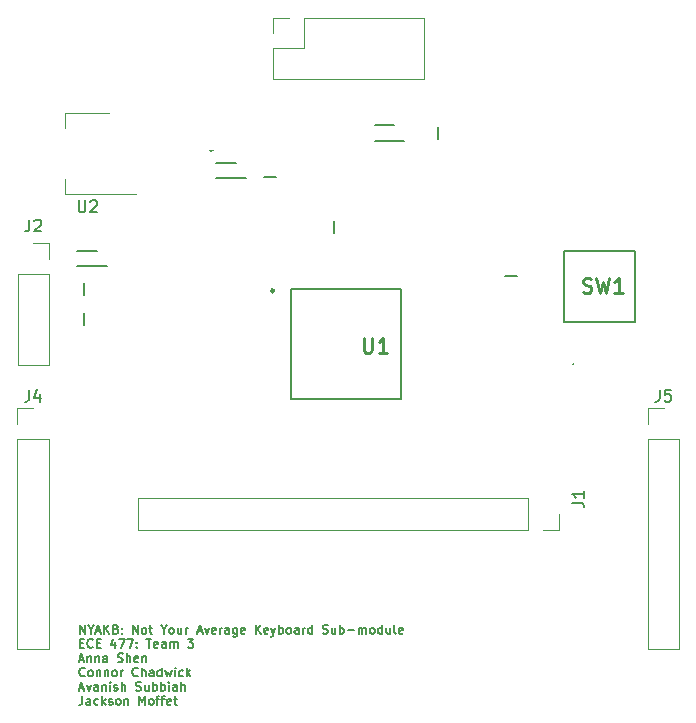
<source format=gbr>
%TF.GenerationSoftware,KiCad,Pcbnew,(6.0.7)*%
%TF.CreationDate,2022-10-18T22:47:55-04:00*%
%TF.ProjectId,LCDPCB,4c434450-4342-42e6-9b69-6361645f7063,rev?*%
%TF.SameCoordinates,Original*%
%TF.FileFunction,Legend,Top*%
%TF.FilePolarity,Positive*%
%FSLAX46Y46*%
G04 Gerber Fmt 4.6, Leading zero omitted, Abs format (unit mm)*
G04 Created by KiCad (PCBNEW (6.0.7)) date 2022-10-18 22:47:55*
%MOMM*%
%LPD*%
G01*
G04 APERTURE LIST*
%ADD10C,0.150000*%
%ADD11C,0.254000*%
%ADD12C,0.200000*%
%ADD13C,0.120000*%
%ADD14C,0.250000*%
G04 APERTURE END LIST*
D10*
X118259071Y-109207535D02*
X118259071Y-108457535D01*
X118687642Y-109207535D01*
X118687642Y-108457535D01*
X119187642Y-108850392D02*
X119187642Y-109207535D01*
X118937642Y-108457535D02*
X119187642Y-108850392D01*
X119437642Y-108457535D01*
X119651928Y-108993250D02*
X120009071Y-108993250D01*
X119580500Y-109207535D02*
X119830500Y-108457535D01*
X120080500Y-109207535D01*
X120330500Y-109207535D02*
X120330500Y-108457535D01*
X120759071Y-109207535D02*
X120437642Y-108778964D01*
X120759071Y-108457535D02*
X120330500Y-108886107D01*
X121330500Y-108814678D02*
X121437642Y-108850392D01*
X121473357Y-108886107D01*
X121509071Y-108957535D01*
X121509071Y-109064678D01*
X121473357Y-109136107D01*
X121437642Y-109171821D01*
X121366214Y-109207535D01*
X121080500Y-109207535D01*
X121080500Y-108457535D01*
X121330500Y-108457535D01*
X121401928Y-108493250D01*
X121437642Y-108528964D01*
X121473357Y-108600392D01*
X121473357Y-108671821D01*
X121437642Y-108743250D01*
X121401928Y-108778964D01*
X121330500Y-108814678D01*
X121080500Y-108814678D01*
X121830500Y-109136107D02*
X121866214Y-109171821D01*
X121830500Y-109207535D01*
X121794785Y-109171821D01*
X121830500Y-109136107D01*
X121830500Y-109207535D01*
X121830500Y-108743250D02*
X121866214Y-108778964D01*
X121830500Y-108814678D01*
X121794785Y-108778964D01*
X121830500Y-108743250D01*
X121830500Y-108814678D01*
X122759071Y-109207535D02*
X122759071Y-108457535D01*
X123187642Y-109207535D01*
X123187642Y-108457535D01*
X123651928Y-109207535D02*
X123580500Y-109171821D01*
X123544785Y-109136107D01*
X123509071Y-109064678D01*
X123509071Y-108850392D01*
X123544785Y-108778964D01*
X123580500Y-108743250D01*
X123651928Y-108707535D01*
X123759071Y-108707535D01*
X123830500Y-108743250D01*
X123866214Y-108778964D01*
X123901928Y-108850392D01*
X123901928Y-109064678D01*
X123866214Y-109136107D01*
X123830500Y-109171821D01*
X123759071Y-109207535D01*
X123651928Y-109207535D01*
X124116214Y-108707535D02*
X124401928Y-108707535D01*
X124223357Y-108457535D02*
X124223357Y-109100392D01*
X124259071Y-109171821D01*
X124330500Y-109207535D01*
X124401928Y-109207535D01*
X125366214Y-108850392D02*
X125366214Y-109207535D01*
X125116214Y-108457535D02*
X125366214Y-108850392D01*
X125616214Y-108457535D01*
X125973357Y-109207535D02*
X125901928Y-109171821D01*
X125866214Y-109136107D01*
X125830500Y-109064678D01*
X125830500Y-108850392D01*
X125866214Y-108778964D01*
X125901928Y-108743250D01*
X125973357Y-108707535D01*
X126080500Y-108707535D01*
X126151928Y-108743250D01*
X126187642Y-108778964D01*
X126223357Y-108850392D01*
X126223357Y-109064678D01*
X126187642Y-109136107D01*
X126151928Y-109171821D01*
X126080500Y-109207535D01*
X125973357Y-109207535D01*
X126866214Y-108707535D02*
X126866214Y-109207535D01*
X126544785Y-108707535D02*
X126544785Y-109100392D01*
X126580500Y-109171821D01*
X126651928Y-109207535D01*
X126759071Y-109207535D01*
X126830500Y-109171821D01*
X126866214Y-109136107D01*
X127223357Y-109207535D02*
X127223357Y-108707535D01*
X127223357Y-108850392D02*
X127259071Y-108778964D01*
X127294785Y-108743250D01*
X127366214Y-108707535D01*
X127437642Y-108707535D01*
X128223357Y-108993250D02*
X128580500Y-108993250D01*
X128151928Y-109207535D02*
X128401928Y-108457535D01*
X128651928Y-109207535D01*
X128830500Y-108707535D02*
X129009071Y-109207535D01*
X129187642Y-108707535D01*
X129759071Y-109171821D02*
X129687642Y-109207535D01*
X129544785Y-109207535D01*
X129473357Y-109171821D01*
X129437642Y-109100392D01*
X129437642Y-108814678D01*
X129473357Y-108743250D01*
X129544785Y-108707535D01*
X129687642Y-108707535D01*
X129759071Y-108743250D01*
X129794785Y-108814678D01*
X129794785Y-108886107D01*
X129437642Y-108957535D01*
X130116214Y-109207535D02*
X130116214Y-108707535D01*
X130116214Y-108850392D02*
X130151928Y-108778964D01*
X130187642Y-108743250D01*
X130259071Y-108707535D01*
X130330500Y-108707535D01*
X130901928Y-109207535D02*
X130901928Y-108814678D01*
X130866214Y-108743250D01*
X130794785Y-108707535D01*
X130651928Y-108707535D01*
X130580500Y-108743250D01*
X130901928Y-109171821D02*
X130830500Y-109207535D01*
X130651928Y-109207535D01*
X130580500Y-109171821D01*
X130544785Y-109100392D01*
X130544785Y-109028964D01*
X130580500Y-108957535D01*
X130651928Y-108921821D01*
X130830500Y-108921821D01*
X130901928Y-108886107D01*
X131580500Y-108707535D02*
X131580500Y-109314678D01*
X131544785Y-109386107D01*
X131509071Y-109421821D01*
X131437642Y-109457535D01*
X131330500Y-109457535D01*
X131259071Y-109421821D01*
X131580500Y-109171821D02*
X131509071Y-109207535D01*
X131366214Y-109207535D01*
X131294785Y-109171821D01*
X131259071Y-109136107D01*
X131223357Y-109064678D01*
X131223357Y-108850392D01*
X131259071Y-108778964D01*
X131294785Y-108743250D01*
X131366214Y-108707535D01*
X131509071Y-108707535D01*
X131580500Y-108743250D01*
X132223357Y-109171821D02*
X132151928Y-109207535D01*
X132009071Y-109207535D01*
X131937642Y-109171821D01*
X131901928Y-109100392D01*
X131901928Y-108814678D01*
X131937642Y-108743250D01*
X132009071Y-108707535D01*
X132151928Y-108707535D01*
X132223357Y-108743250D01*
X132259071Y-108814678D01*
X132259071Y-108886107D01*
X131901928Y-108957535D01*
X133151928Y-109207535D02*
X133151928Y-108457535D01*
X133580500Y-109207535D02*
X133259071Y-108778964D01*
X133580500Y-108457535D02*
X133151928Y-108886107D01*
X134187642Y-109171821D02*
X134116214Y-109207535D01*
X133973357Y-109207535D01*
X133901928Y-109171821D01*
X133866214Y-109100392D01*
X133866214Y-108814678D01*
X133901928Y-108743250D01*
X133973357Y-108707535D01*
X134116214Y-108707535D01*
X134187642Y-108743250D01*
X134223357Y-108814678D01*
X134223357Y-108886107D01*
X133866214Y-108957535D01*
X134473357Y-108707535D02*
X134651928Y-109207535D01*
X134830500Y-108707535D02*
X134651928Y-109207535D01*
X134580500Y-109386107D01*
X134544785Y-109421821D01*
X134473357Y-109457535D01*
X135116214Y-109207535D02*
X135116214Y-108457535D01*
X135116214Y-108743250D02*
X135187642Y-108707535D01*
X135330500Y-108707535D01*
X135401928Y-108743250D01*
X135437642Y-108778964D01*
X135473357Y-108850392D01*
X135473357Y-109064678D01*
X135437642Y-109136107D01*
X135401928Y-109171821D01*
X135330500Y-109207535D01*
X135187642Y-109207535D01*
X135116214Y-109171821D01*
X135901928Y-109207535D02*
X135830500Y-109171821D01*
X135794785Y-109136107D01*
X135759071Y-109064678D01*
X135759071Y-108850392D01*
X135794785Y-108778964D01*
X135830500Y-108743250D01*
X135901928Y-108707535D01*
X136009071Y-108707535D01*
X136080500Y-108743250D01*
X136116214Y-108778964D01*
X136151928Y-108850392D01*
X136151928Y-109064678D01*
X136116214Y-109136107D01*
X136080500Y-109171821D01*
X136009071Y-109207535D01*
X135901928Y-109207535D01*
X136794785Y-109207535D02*
X136794785Y-108814678D01*
X136759071Y-108743250D01*
X136687642Y-108707535D01*
X136544785Y-108707535D01*
X136473357Y-108743250D01*
X136794785Y-109171821D02*
X136723357Y-109207535D01*
X136544785Y-109207535D01*
X136473357Y-109171821D01*
X136437642Y-109100392D01*
X136437642Y-109028964D01*
X136473357Y-108957535D01*
X136544785Y-108921821D01*
X136723357Y-108921821D01*
X136794785Y-108886107D01*
X137151928Y-109207535D02*
X137151928Y-108707535D01*
X137151928Y-108850392D02*
X137187642Y-108778964D01*
X137223357Y-108743250D01*
X137294785Y-108707535D01*
X137366214Y-108707535D01*
X137937642Y-109207535D02*
X137937642Y-108457535D01*
X137937642Y-109171821D02*
X137866214Y-109207535D01*
X137723357Y-109207535D01*
X137651928Y-109171821D01*
X137616214Y-109136107D01*
X137580500Y-109064678D01*
X137580500Y-108850392D01*
X137616214Y-108778964D01*
X137651928Y-108743250D01*
X137723357Y-108707535D01*
X137866214Y-108707535D01*
X137937642Y-108743250D01*
X138830500Y-109171821D02*
X138937642Y-109207535D01*
X139116214Y-109207535D01*
X139187642Y-109171821D01*
X139223357Y-109136107D01*
X139259071Y-109064678D01*
X139259071Y-108993250D01*
X139223357Y-108921821D01*
X139187642Y-108886107D01*
X139116214Y-108850392D01*
X138973357Y-108814678D01*
X138901928Y-108778964D01*
X138866214Y-108743250D01*
X138830500Y-108671821D01*
X138830500Y-108600392D01*
X138866214Y-108528964D01*
X138901928Y-108493250D01*
X138973357Y-108457535D01*
X139151928Y-108457535D01*
X139259071Y-108493250D01*
X139901928Y-108707535D02*
X139901928Y-109207535D01*
X139580500Y-108707535D02*
X139580500Y-109100392D01*
X139616214Y-109171821D01*
X139687642Y-109207535D01*
X139794785Y-109207535D01*
X139866214Y-109171821D01*
X139901928Y-109136107D01*
X140259071Y-109207535D02*
X140259071Y-108457535D01*
X140259071Y-108743250D02*
X140330500Y-108707535D01*
X140473357Y-108707535D01*
X140544785Y-108743250D01*
X140580500Y-108778964D01*
X140616214Y-108850392D01*
X140616214Y-109064678D01*
X140580500Y-109136107D01*
X140544785Y-109171821D01*
X140473357Y-109207535D01*
X140330500Y-109207535D01*
X140259071Y-109171821D01*
X140937642Y-108921821D02*
X141509071Y-108921821D01*
X141866214Y-109207535D02*
X141866214Y-108707535D01*
X141866214Y-108778964D02*
X141901928Y-108743250D01*
X141973357Y-108707535D01*
X142080500Y-108707535D01*
X142151928Y-108743250D01*
X142187642Y-108814678D01*
X142187642Y-109207535D01*
X142187642Y-108814678D02*
X142223357Y-108743250D01*
X142294785Y-108707535D01*
X142401928Y-108707535D01*
X142473357Y-108743250D01*
X142509071Y-108814678D01*
X142509071Y-109207535D01*
X142973357Y-109207535D02*
X142901928Y-109171821D01*
X142866214Y-109136107D01*
X142830500Y-109064678D01*
X142830500Y-108850392D01*
X142866214Y-108778964D01*
X142901928Y-108743250D01*
X142973357Y-108707535D01*
X143080500Y-108707535D01*
X143151928Y-108743250D01*
X143187642Y-108778964D01*
X143223357Y-108850392D01*
X143223357Y-109064678D01*
X143187642Y-109136107D01*
X143151928Y-109171821D01*
X143080500Y-109207535D01*
X142973357Y-109207535D01*
X143866214Y-109207535D02*
X143866214Y-108457535D01*
X143866214Y-109171821D02*
X143794785Y-109207535D01*
X143651928Y-109207535D01*
X143580500Y-109171821D01*
X143544785Y-109136107D01*
X143509071Y-109064678D01*
X143509071Y-108850392D01*
X143544785Y-108778964D01*
X143580500Y-108743250D01*
X143651928Y-108707535D01*
X143794785Y-108707535D01*
X143866214Y-108743250D01*
X144544785Y-108707535D02*
X144544785Y-109207535D01*
X144223357Y-108707535D02*
X144223357Y-109100392D01*
X144259071Y-109171821D01*
X144330500Y-109207535D01*
X144437642Y-109207535D01*
X144509071Y-109171821D01*
X144544785Y-109136107D01*
X145009071Y-109207535D02*
X144937642Y-109171821D01*
X144901928Y-109100392D01*
X144901928Y-108457535D01*
X145580500Y-109171821D02*
X145509071Y-109207535D01*
X145366214Y-109207535D01*
X145294785Y-109171821D01*
X145259071Y-109100392D01*
X145259071Y-108814678D01*
X145294785Y-108743250D01*
X145366214Y-108707535D01*
X145509071Y-108707535D01*
X145580500Y-108743250D01*
X145616214Y-108814678D01*
X145616214Y-108886107D01*
X145259071Y-108957535D01*
X118259071Y-110022178D02*
X118509071Y-110022178D01*
X118616214Y-110415035D02*
X118259071Y-110415035D01*
X118259071Y-109665035D01*
X118616214Y-109665035D01*
X119366214Y-110343607D02*
X119330500Y-110379321D01*
X119223357Y-110415035D01*
X119151928Y-110415035D01*
X119044785Y-110379321D01*
X118973357Y-110307892D01*
X118937642Y-110236464D01*
X118901928Y-110093607D01*
X118901928Y-109986464D01*
X118937642Y-109843607D01*
X118973357Y-109772178D01*
X119044785Y-109700750D01*
X119151928Y-109665035D01*
X119223357Y-109665035D01*
X119330500Y-109700750D01*
X119366214Y-109736464D01*
X119687642Y-110022178D02*
X119937642Y-110022178D01*
X120044785Y-110415035D02*
X119687642Y-110415035D01*
X119687642Y-109665035D01*
X120044785Y-109665035D01*
X121259071Y-109915035D02*
X121259071Y-110415035D01*
X121080500Y-109629321D02*
X120901928Y-110165035D01*
X121366214Y-110165035D01*
X121580500Y-109665035D02*
X122080500Y-109665035D01*
X121759071Y-110415035D01*
X122294785Y-109665035D02*
X122794785Y-109665035D01*
X122473357Y-110415035D01*
X123080500Y-110343607D02*
X123116214Y-110379321D01*
X123080500Y-110415035D01*
X123044785Y-110379321D01*
X123080500Y-110343607D01*
X123080500Y-110415035D01*
X123080500Y-109950750D02*
X123116214Y-109986464D01*
X123080500Y-110022178D01*
X123044785Y-109986464D01*
X123080500Y-109950750D01*
X123080500Y-110022178D01*
X123901928Y-109665035D02*
X124330500Y-109665035D01*
X124116214Y-110415035D02*
X124116214Y-109665035D01*
X124866214Y-110379321D02*
X124794785Y-110415035D01*
X124651928Y-110415035D01*
X124580500Y-110379321D01*
X124544785Y-110307892D01*
X124544785Y-110022178D01*
X124580500Y-109950750D01*
X124651928Y-109915035D01*
X124794785Y-109915035D01*
X124866214Y-109950750D01*
X124901928Y-110022178D01*
X124901928Y-110093607D01*
X124544785Y-110165035D01*
X125544785Y-110415035D02*
X125544785Y-110022178D01*
X125509071Y-109950750D01*
X125437642Y-109915035D01*
X125294785Y-109915035D01*
X125223357Y-109950750D01*
X125544785Y-110379321D02*
X125473357Y-110415035D01*
X125294785Y-110415035D01*
X125223357Y-110379321D01*
X125187642Y-110307892D01*
X125187642Y-110236464D01*
X125223357Y-110165035D01*
X125294785Y-110129321D01*
X125473357Y-110129321D01*
X125544785Y-110093607D01*
X125901928Y-110415035D02*
X125901928Y-109915035D01*
X125901928Y-109986464D02*
X125937642Y-109950750D01*
X126009071Y-109915035D01*
X126116214Y-109915035D01*
X126187642Y-109950750D01*
X126223357Y-110022178D01*
X126223357Y-110415035D01*
X126223357Y-110022178D02*
X126259071Y-109950750D01*
X126330500Y-109915035D01*
X126437642Y-109915035D01*
X126509071Y-109950750D01*
X126544785Y-110022178D01*
X126544785Y-110415035D01*
X127401928Y-109665035D02*
X127866214Y-109665035D01*
X127616214Y-109950750D01*
X127723357Y-109950750D01*
X127794785Y-109986464D01*
X127830500Y-110022178D01*
X127866214Y-110093607D01*
X127866214Y-110272178D01*
X127830500Y-110343607D01*
X127794785Y-110379321D01*
X127723357Y-110415035D01*
X127509071Y-110415035D01*
X127437642Y-110379321D01*
X127401928Y-110343607D01*
X118223357Y-111408250D02*
X118580500Y-111408250D01*
X118151928Y-111622535D02*
X118401928Y-110872535D01*
X118651928Y-111622535D01*
X118901928Y-111122535D02*
X118901928Y-111622535D01*
X118901928Y-111193964D02*
X118937642Y-111158250D01*
X119009071Y-111122535D01*
X119116214Y-111122535D01*
X119187642Y-111158250D01*
X119223357Y-111229678D01*
X119223357Y-111622535D01*
X119580500Y-111122535D02*
X119580500Y-111622535D01*
X119580500Y-111193964D02*
X119616214Y-111158250D01*
X119687642Y-111122535D01*
X119794785Y-111122535D01*
X119866214Y-111158250D01*
X119901928Y-111229678D01*
X119901928Y-111622535D01*
X120580500Y-111622535D02*
X120580500Y-111229678D01*
X120544785Y-111158250D01*
X120473357Y-111122535D01*
X120330500Y-111122535D01*
X120259071Y-111158250D01*
X120580500Y-111586821D02*
X120509071Y-111622535D01*
X120330500Y-111622535D01*
X120259071Y-111586821D01*
X120223357Y-111515392D01*
X120223357Y-111443964D01*
X120259071Y-111372535D01*
X120330500Y-111336821D01*
X120509071Y-111336821D01*
X120580500Y-111301107D01*
X121473357Y-111586821D02*
X121580500Y-111622535D01*
X121759071Y-111622535D01*
X121830500Y-111586821D01*
X121866214Y-111551107D01*
X121901928Y-111479678D01*
X121901928Y-111408250D01*
X121866214Y-111336821D01*
X121830500Y-111301107D01*
X121759071Y-111265392D01*
X121616214Y-111229678D01*
X121544785Y-111193964D01*
X121509071Y-111158250D01*
X121473357Y-111086821D01*
X121473357Y-111015392D01*
X121509071Y-110943964D01*
X121544785Y-110908250D01*
X121616214Y-110872535D01*
X121794785Y-110872535D01*
X121901928Y-110908250D01*
X122223357Y-111622535D02*
X122223357Y-110872535D01*
X122544785Y-111622535D02*
X122544785Y-111229678D01*
X122509071Y-111158250D01*
X122437642Y-111122535D01*
X122330500Y-111122535D01*
X122259071Y-111158250D01*
X122223357Y-111193964D01*
X123187642Y-111586821D02*
X123116214Y-111622535D01*
X122973357Y-111622535D01*
X122901928Y-111586821D01*
X122866214Y-111515392D01*
X122866214Y-111229678D01*
X122901928Y-111158250D01*
X122973357Y-111122535D01*
X123116214Y-111122535D01*
X123187642Y-111158250D01*
X123223357Y-111229678D01*
X123223357Y-111301107D01*
X122866214Y-111372535D01*
X123544785Y-111122535D02*
X123544785Y-111622535D01*
X123544785Y-111193964D02*
X123580500Y-111158250D01*
X123651928Y-111122535D01*
X123759071Y-111122535D01*
X123830500Y-111158250D01*
X123866214Y-111229678D01*
X123866214Y-111622535D01*
X118687642Y-112758607D02*
X118651928Y-112794321D01*
X118544785Y-112830035D01*
X118473357Y-112830035D01*
X118366214Y-112794321D01*
X118294785Y-112722892D01*
X118259071Y-112651464D01*
X118223357Y-112508607D01*
X118223357Y-112401464D01*
X118259071Y-112258607D01*
X118294785Y-112187178D01*
X118366214Y-112115750D01*
X118473357Y-112080035D01*
X118544785Y-112080035D01*
X118651928Y-112115750D01*
X118687642Y-112151464D01*
X119116214Y-112830035D02*
X119044785Y-112794321D01*
X119009071Y-112758607D01*
X118973357Y-112687178D01*
X118973357Y-112472892D01*
X119009071Y-112401464D01*
X119044785Y-112365750D01*
X119116214Y-112330035D01*
X119223357Y-112330035D01*
X119294785Y-112365750D01*
X119330500Y-112401464D01*
X119366214Y-112472892D01*
X119366214Y-112687178D01*
X119330500Y-112758607D01*
X119294785Y-112794321D01*
X119223357Y-112830035D01*
X119116214Y-112830035D01*
X119687642Y-112330035D02*
X119687642Y-112830035D01*
X119687642Y-112401464D02*
X119723357Y-112365750D01*
X119794785Y-112330035D01*
X119901928Y-112330035D01*
X119973357Y-112365750D01*
X120009071Y-112437178D01*
X120009071Y-112830035D01*
X120366214Y-112330035D02*
X120366214Y-112830035D01*
X120366214Y-112401464D02*
X120401928Y-112365750D01*
X120473357Y-112330035D01*
X120580500Y-112330035D01*
X120651928Y-112365750D01*
X120687642Y-112437178D01*
X120687642Y-112830035D01*
X121151928Y-112830035D02*
X121080500Y-112794321D01*
X121044785Y-112758607D01*
X121009071Y-112687178D01*
X121009071Y-112472892D01*
X121044785Y-112401464D01*
X121080500Y-112365750D01*
X121151928Y-112330035D01*
X121259071Y-112330035D01*
X121330500Y-112365750D01*
X121366214Y-112401464D01*
X121401928Y-112472892D01*
X121401928Y-112687178D01*
X121366214Y-112758607D01*
X121330500Y-112794321D01*
X121259071Y-112830035D01*
X121151928Y-112830035D01*
X121723357Y-112830035D02*
X121723357Y-112330035D01*
X121723357Y-112472892D02*
X121759071Y-112401464D01*
X121794785Y-112365750D01*
X121866214Y-112330035D01*
X121937642Y-112330035D01*
X123187642Y-112758607D02*
X123151928Y-112794321D01*
X123044785Y-112830035D01*
X122973357Y-112830035D01*
X122866214Y-112794321D01*
X122794785Y-112722892D01*
X122759071Y-112651464D01*
X122723357Y-112508607D01*
X122723357Y-112401464D01*
X122759071Y-112258607D01*
X122794785Y-112187178D01*
X122866214Y-112115750D01*
X122973357Y-112080035D01*
X123044785Y-112080035D01*
X123151928Y-112115750D01*
X123187642Y-112151464D01*
X123509071Y-112830035D02*
X123509071Y-112080035D01*
X123830500Y-112830035D02*
X123830500Y-112437178D01*
X123794785Y-112365750D01*
X123723357Y-112330035D01*
X123616214Y-112330035D01*
X123544785Y-112365750D01*
X123509071Y-112401464D01*
X124509071Y-112830035D02*
X124509071Y-112437178D01*
X124473357Y-112365750D01*
X124401928Y-112330035D01*
X124259071Y-112330035D01*
X124187642Y-112365750D01*
X124509071Y-112794321D02*
X124437642Y-112830035D01*
X124259071Y-112830035D01*
X124187642Y-112794321D01*
X124151928Y-112722892D01*
X124151928Y-112651464D01*
X124187642Y-112580035D01*
X124259071Y-112544321D01*
X124437642Y-112544321D01*
X124509071Y-112508607D01*
X125187642Y-112830035D02*
X125187642Y-112080035D01*
X125187642Y-112794321D02*
X125116214Y-112830035D01*
X124973357Y-112830035D01*
X124901928Y-112794321D01*
X124866214Y-112758607D01*
X124830500Y-112687178D01*
X124830500Y-112472892D01*
X124866214Y-112401464D01*
X124901928Y-112365750D01*
X124973357Y-112330035D01*
X125116214Y-112330035D01*
X125187642Y-112365750D01*
X125473357Y-112330035D02*
X125616214Y-112830035D01*
X125759071Y-112472892D01*
X125901928Y-112830035D01*
X126044785Y-112330035D01*
X126330500Y-112830035D02*
X126330500Y-112330035D01*
X126330500Y-112080035D02*
X126294785Y-112115750D01*
X126330500Y-112151464D01*
X126366214Y-112115750D01*
X126330500Y-112080035D01*
X126330500Y-112151464D01*
X127009071Y-112794321D02*
X126937642Y-112830035D01*
X126794785Y-112830035D01*
X126723357Y-112794321D01*
X126687642Y-112758607D01*
X126651928Y-112687178D01*
X126651928Y-112472892D01*
X126687642Y-112401464D01*
X126723357Y-112365750D01*
X126794785Y-112330035D01*
X126937642Y-112330035D01*
X127009071Y-112365750D01*
X127330500Y-112830035D02*
X127330500Y-112080035D01*
X127401928Y-112544321D02*
X127616214Y-112830035D01*
X127616214Y-112330035D02*
X127330500Y-112615750D01*
X118223357Y-113823250D02*
X118580500Y-113823250D01*
X118151928Y-114037535D02*
X118401928Y-113287535D01*
X118651928Y-114037535D01*
X118830500Y-113537535D02*
X119009071Y-114037535D01*
X119187642Y-113537535D01*
X119794785Y-114037535D02*
X119794785Y-113644678D01*
X119759071Y-113573250D01*
X119687642Y-113537535D01*
X119544785Y-113537535D01*
X119473357Y-113573250D01*
X119794785Y-114001821D02*
X119723357Y-114037535D01*
X119544785Y-114037535D01*
X119473357Y-114001821D01*
X119437642Y-113930392D01*
X119437642Y-113858964D01*
X119473357Y-113787535D01*
X119544785Y-113751821D01*
X119723357Y-113751821D01*
X119794785Y-113716107D01*
X120151928Y-113537535D02*
X120151928Y-114037535D01*
X120151928Y-113608964D02*
X120187642Y-113573250D01*
X120259071Y-113537535D01*
X120366214Y-113537535D01*
X120437642Y-113573250D01*
X120473357Y-113644678D01*
X120473357Y-114037535D01*
X120830500Y-114037535D02*
X120830500Y-113537535D01*
X120830500Y-113287535D02*
X120794785Y-113323250D01*
X120830500Y-113358964D01*
X120866214Y-113323250D01*
X120830500Y-113287535D01*
X120830500Y-113358964D01*
X121151928Y-114001821D02*
X121223357Y-114037535D01*
X121366214Y-114037535D01*
X121437642Y-114001821D01*
X121473357Y-113930392D01*
X121473357Y-113894678D01*
X121437642Y-113823250D01*
X121366214Y-113787535D01*
X121259071Y-113787535D01*
X121187642Y-113751821D01*
X121151928Y-113680392D01*
X121151928Y-113644678D01*
X121187642Y-113573250D01*
X121259071Y-113537535D01*
X121366214Y-113537535D01*
X121437642Y-113573250D01*
X121794785Y-114037535D02*
X121794785Y-113287535D01*
X122116214Y-114037535D02*
X122116214Y-113644678D01*
X122080500Y-113573250D01*
X122009071Y-113537535D01*
X121901928Y-113537535D01*
X121830500Y-113573250D01*
X121794785Y-113608964D01*
X123009071Y-114001821D02*
X123116214Y-114037535D01*
X123294785Y-114037535D01*
X123366214Y-114001821D01*
X123401928Y-113966107D01*
X123437642Y-113894678D01*
X123437642Y-113823250D01*
X123401928Y-113751821D01*
X123366214Y-113716107D01*
X123294785Y-113680392D01*
X123151928Y-113644678D01*
X123080500Y-113608964D01*
X123044785Y-113573250D01*
X123009071Y-113501821D01*
X123009071Y-113430392D01*
X123044785Y-113358964D01*
X123080500Y-113323250D01*
X123151928Y-113287535D01*
X123330500Y-113287535D01*
X123437642Y-113323250D01*
X124080500Y-113537535D02*
X124080500Y-114037535D01*
X123759071Y-113537535D02*
X123759071Y-113930392D01*
X123794785Y-114001821D01*
X123866214Y-114037535D01*
X123973357Y-114037535D01*
X124044785Y-114001821D01*
X124080500Y-113966107D01*
X124437642Y-114037535D02*
X124437642Y-113287535D01*
X124437642Y-113573250D02*
X124509071Y-113537535D01*
X124651928Y-113537535D01*
X124723357Y-113573250D01*
X124759071Y-113608964D01*
X124794785Y-113680392D01*
X124794785Y-113894678D01*
X124759071Y-113966107D01*
X124723357Y-114001821D01*
X124651928Y-114037535D01*
X124509071Y-114037535D01*
X124437642Y-114001821D01*
X125116214Y-114037535D02*
X125116214Y-113287535D01*
X125116214Y-113573250D02*
X125187642Y-113537535D01*
X125330500Y-113537535D01*
X125401928Y-113573250D01*
X125437642Y-113608964D01*
X125473357Y-113680392D01*
X125473357Y-113894678D01*
X125437642Y-113966107D01*
X125401928Y-114001821D01*
X125330500Y-114037535D01*
X125187642Y-114037535D01*
X125116214Y-114001821D01*
X125794785Y-114037535D02*
X125794785Y-113537535D01*
X125794785Y-113287535D02*
X125759071Y-113323250D01*
X125794785Y-113358964D01*
X125830500Y-113323250D01*
X125794785Y-113287535D01*
X125794785Y-113358964D01*
X126473357Y-114037535D02*
X126473357Y-113644678D01*
X126437642Y-113573250D01*
X126366214Y-113537535D01*
X126223357Y-113537535D01*
X126151928Y-113573250D01*
X126473357Y-114001821D02*
X126401928Y-114037535D01*
X126223357Y-114037535D01*
X126151928Y-114001821D01*
X126116214Y-113930392D01*
X126116214Y-113858964D01*
X126151928Y-113787535D01*
X126223357Y-113751821D01*
X126401928Y-113751821D01*
X126473357Y-113716107D01*
X126830500Y-114037535D02*
X126830500Y-113287535D01*
X127151928Y-114037535D02*
X127151928Y-113644678D01*
X127116214Y-113573250D01*
X127044785Y-113537535D01*
X126937642Y-113537535D01*
X126866214Y-113573250D01*
X126830500Y-113608964D01*
X118473357Y-114495035D02*
X118473357Y-115030750D01*
X118437642Y-115137892D01*
X118366214Y-115209321D01*
X118259071Y-115245035D01*
X118187642Y-115245035D01*
X119151928Y-115245035D02*
X119151928Y-114852178D01*
X119116214Y-114780750D01*
X119044785Y-114745035D01*
X118901928Y-114745035D01*
X118830500Y-114780750D01*
X119151928Y-115209321D02*
X119080500Y-115245035D01*
X118901928Y-115245035D01*
X118830500Y-115209321D01*
X118794785Y-115137892D01*
X118794785Y-115066464D01*
X118830500Y-114995035D01*
X118901928Y-114959321D01*
X119080500Y-114959321D01*
X119151928Y-114923607D01*
X119830500Y-115209321D02*
X119759071Y-115245035D01*
X119616214Y-115245035D01*
X119544785Y-115209321D01*
X119509071Y-115173607D01*
X119473357Y-115102178D01*
X119473357Y-114887892D01*
X119509071Y-114816464D01*
X119544785Y-114780750D01*
X119616214Y-114745035D01*
X119759071Y-114745035D01*
X119830500Y-114780750D01*
X120151928Y-115245035D02*
X120151928Y-114495035D01*
X120223357Y-114959321D02*
X120437642Y-115245035D01*
X120437642Y-114745035D02*
X120151928Y-115030750D01*
X120723357Y-115209321D02*
X120794785Y-115245035D01*
X120937642Y-115245035D01*
X121009071Y-115209321D01*
X121044785Y-115137892D01*
X121044785Y-115102178D01*
X121009071Y-115030750D01*
X120937642Y-114995035D01*
X120830500Y-114995035D01*
X120759071Y-114959321D01*
X120723357Y-114887892D01*
X120723357Y-114852178D01*
X120759071Y-114780750D01*
X120830500Y-114745035D01*
X120937642Y-114745035D01*
X121009071Y-114780750D01*
X121473357Y-115245035D02*
X121401928Y-115209321D01*
X121366214Y-115173607D01*
X121330500Y-115102178D01*
X121330500Y-114887892D01*
X121366214Y-114816464D01*
X121401928Y-114780750D01*
X121473357Y-114745035D01*
X121580500Y-114745035D01*
X121651928Y-114780750D01*
X121687642Y-114816464D01*
X121723357Y-114887892D01*
X121723357Y-115102178D01*
X121687642Y-115173607D01*
X121651928Y-115209321D01*
X121580500Y-115245035D01*
X121473357Y-115245035D01*
X122044785Y-114745035D02*
X122044785Y-115245035D01*
X122044785Y-114816464D02*
X122080500Y-114780750D01*
X122151928Y-114745035D01*
X122259071Y-114745035D01*
X122330500Y-114780750D01*
X122366214Y-114852178D01*
X122366214Y-115245035D01*
X123294785Y-115245035D02*
X123294785Y-114495035D01*
X123544785Y-115030750D01*
X123794785Y-114495035D01*
X123794785Y-115245035D01*
X124259071Y-115245035D02*
X124187642Y-115209321D01*
X124151928Y-115173607D01*
X124116214Y-115102178D01*
X124116214Y-114887892D01*
X124151928Y-114816464D01*
X124187642Y-114780750D01*
X124259071Y-114745035D01*
X124366214Y-114745035D01*
X124437642Y-114780750D01*
X124473357Y-114816464D01*
X124509071Y-114887892D01*
X124509071Y-115102178D01*
X124473357Y-115173607D01*
X124437642Y-115209321D01*
X124366214Y-115245035D01*
X124259071Y-115245035D01*
X124723357Y-114745035D02*
X125009071Y-114745035D01*
X124830500Y-115245035D02*
X124830500Y-114602178D01*
X124866214Y-114530750D01*
X124937642Y-114495035D01*
X125009071Y-114495035D01*
X125151928Y-114745035D02*
X125437642Y-114745035D01*
X125259071Y-115245035D02*
X125259071Y-114602178D01*
X125294785Y-114530750D01*
X125366214Y-114495035D01*
X125437642Y-114495035D01*
X125973357Y-115209321D02*
X125901928Y-115245035D01*
X125759071Y-115245035D01*
X125687642Y-115209321D01*
X125651928Y-115137892D01*
X125651928Y-114852178D01*
X125687642Y-114780750D01*
X125759071Y-114745035D01*
X125901928Y-114745035D01*
X125973357Y-114780750D01*
X126009071Y-114852178D01*
X126009071Y-114923607D01*
X125651928Y-114995035D01*
X126223357Y-114745035D02*
X126509071Y-114745035D01*
X126330500Y-114495035D02*
X126330500Y-115137892D01*
X126366214Y-115209321D01*
X126437642Y-115245035D01*
X126509071Y-115245035D01*
%TO.C,J2*%
X113991666Y-74162380D02*
X113991666Y-74876666D01*
X113944047Y-75019523D01*
X113848809Y-75114761D01*
X113705952Y-75162380D01*
X113610714Y-75162380D01*
X114420238Y-74257619D02*
X114467857Y-74210000D01*
X114563095Y-74162380D01*
X114801190Y-74162380D01*
X114896428Y-74210000D01*
X114944047Y-74257619D01*
X114991666Y-74352857D01*
X114991666Y-74448095D01*
X114944047Y-74590952D01*
X114372619Y-75162380D01*
X114991666Y-75162380D01*
%TO.C,U2*%
X118160895Y-72532380D02*
X118160895Y-73341904D01*
X118208514Y-73437142D01*
X118256133Y-73484761D01*
X118351371Y-73532380D01*
X118541847Y-73532380D01*
X118637085Y-73484761D01*
X118684704Y-73437142D01*
X118732323Y-73341904D01*
X118732323Y-72532380D01*
X119160895Y-72627619D02*
X119208514Y-72580000D01*
X119303752Y-72532380D01*
X119541847Y-72532380D01*
X119637085Y-72580000D01*
X119684704Y-72627619D01*
X119732323Y-72722857D01*
X119732323Y-72818095D01*
X119684704Y-72960952D01*
X119113276Y-73532380D01*
X119732323Y-73532380D01*
D11*
%TO.C,SW1*%
X160854866Y-80298847D02*
X161036295Y-80359323D01*
X161338676Y-80359323D01*
X161459628Y-80298847D01*
X161520104Y-80238371D01*
X161580580Y-80117419D01*
X161580580Y-79996466D01*
X161520104Y-79875514D01*
X161459628Y-79815038D01*
X161338676Y-79754561D01*
X161096771Y-79694085D01*
X160975819Y-79633609D01*
X160915342Y-79573133D01*
X160854866Y-79452180D01*
X160854866Y-79331228D01*
X160915342Y-79210276D01*
X160975819Y-79149800D01*
X161096771Y-79089323D01*
X161399152Y-79089323D01*
X161580580Y-79149800D01*
X162003914Y-79089323D02*
X162306295Y-80359323D01*
X162548200Y-79452180D01*
X162790104Y-80359323D01*
X163092485Y-79089323D01*
X164241533Y-80359323D02*
X163515819Y-80359323D01*
X163878676Y-80359323D02*
X163878676Y-79089323D01*
X163757723Y-79270752D01*
X163636771Y-79391704D01*
X163515819Y-79452180D01*
D10*
%TO.C,J4*%
X113966666Y-88562380D02*
X113966666Y-89276666D01*
X113919047Y-89419523D01*
X113823809Y-89514761D01*
X113680952Y-89562380D01*
X113585714Y-89562380D01*
X114871428Y-88895714D02*
X114871428Y-89562380D01*
X114633333Y-88514761D02*
X114395238Y-89229047D01*
X115014285Y-89229047D01*
%TO.C,J1*%
X159952380Y-98133333D02*
X160666666Y-98133333D01*
X160809523Y-98180952D01*
X160904761Y-98276190D01*
X160952380Y-98419047D01*
X160952380Y-98514285D01*
X160952380Y-97133333D02*
X160952380Y-97704761D01*
X160952380Y-97419047D02*
X159952380Y-97419047D01*
X160095238Y-97514285D01*
X160190476Y-97609523D01*
X160238095Y-97704761D01*
D11*
%TO.C,U1*%
X142288380Y-84140523D02*
X142288380Y-85168619D01*
X142348857Y-85289571D01*
X142409333Y-85350047D01*
X142530285Y-85410523D01*
X142772190Y-85410523D01*
X142893142Y-85350047D01*
X142953619Y-85289571D01*
X143014095Y-85168619D01*
X143014095Y-84140523D01*
X144284095Y-85410523D02*
X143558380Y-85410523D01*
X143921238Y-85410523D02*
X143921238Y-84140523D01*
X143800285Y-84321952D01*
X143679333Y-84442904D01*
X143558380Y-84503380D01*
D10*
%TO.C,J5*%
X167357466Y-88562380D02*
X167357466Y-89276666D01*
X167309847Y-89419523D01*
X167214609Y-89514761D01*
X167071752Y-89562380D01*
X166976514Y-89562380D01*
X168309847Y-88562380D02*
X167833657Y-88562380D01*
X167786038Y-89038571D01*
X167833657Y-88990952D01*
X167928895Y-88943333D01*
X168166990Y-88943333D01*
X168262228Y-88990952D01*
X168309847Y-89038571D01*
X168357466Y-89133809D01*
X168357466Y-89371904D01*
X168309847Y-89467142D01*
X168262228Y-89514761D01*
X168166990Y-89562380D01*
X167928895Y-89562380D01*
X167833657Y-89514761D01*
X167786038Y-89467142D01*
D12*
%TO.C,R6*%
X118618000Y-83075000D02*
X118618000Y-82025000D01*
D13*
%TO.C,J2*%
X115655000Y-76150000D02*
X115655000Y-77480000D01*
X112995000Y-78750000D02*
X112995000Y-86430000D01*
X112995000Y-78750000D02*
X115655000Y-78750000D01*
X112995000Y-86430000D02*
X115655000Y-86430000D01*
X114325000Y-76150000D02*
X115655000Y-76150000D01*
X115655000Y-78750000D02*
X115655000Y-86430000D01*
D12*
%TO.C,R3*%
X134865600Y-70561200D02*
X133815600Y-70561200D01*
D13*
%TO.C,U2*%
X120772800Y-65170000D02*
X117012800Y-65170000D01*
X117012800Y-65170000D02*
X117012800Y-66430000D01*
X123022800Y-71990000D02*
X117012800Y-71990000D01*
X117012800Y-71990000D02*
X117012800Y-70730000D01*
D12*
%TO.C,SW1*%
X159255200Y-82806800D02*
X165255200Y-82806800D01*
X165255200Y-82806800D02*
X165255200Y-76806800D01*
X159255200Y-76806800D02*
X159255200Y-82806800D01*
X165255200Y-76806800D02*
X159255200Y-76806800D01*
X160057200Y-86345800D02*
G75*
G03*
X160057200Y-86345800I-52000J0D01*
G01*
%TO.C,G\u002A\u002A\u002A*%
G36*
X129512944Y-68094626D02*
G01*
X129514725Y-68097599D01*
X129517351Y-68102821D01*
X129517521Y-68103160D01*
X129520350Y-68108728D01*
X129522575Y-68113010D01*
X129523801Y-68115247D01*
X129523900Y-68115393D01*
X129525668Y-68115431D01*
X129529864Y-68115009D01*
X129535627Y-68114216D01*
X129536431Y-68114093D01*
X129542361Y-68113272D01*
X129546863Y-68112834D01*
X129549061Y-68112863D01*
X129549130Y-68112903D01*
X129548341Y-68114282D01*
X129545645Y-68117338D01*
X129541574Y-68121479D01*
X129540386Y-68122631D01*
X129530966Y-68131684D01*
X129537004Y-68143674D01*
X129539676Y-68149207D01*
X129541480Y-68153389D01*
X129542123Y-68155526D01*
X129542041Y-68155664D01*
X129540201Y-68154906D01*
X129536268Y-68152905D01*
X129531047Y-68150073D01*
X129530310Y-68149662D01*
X129525159Y-68146804D01*
X129521516Y-68145264D01*
X129518547Y-68145221D01*
X129515415Y-68146854D01*
X129511285Y-68150341D01*
X129506537Y-68154738D01*
X129499241Y-68161498D01*
X129500261Y-68153997D01*
X129501153Y-68147798D01*
X129502088Y-68141833D01*
X129502285Y-68140663D01*
X129502685Y-68137624D01*
X129502219Y-68135507D01*
X129500310Y-68133665D01*
X129496378Y-68131450D01*
X129492229Y-68129387D01*
X129487029Y-68126591D01*
X129483408Y-68124182D01*
X129482039Y-68122618D01*
X129482077Y-68122473D01*
X129484077Y-68121585D01*
X129488468Y-68120650D01*
X129494317Y-68119864D01*
X129494575Y-68119837D01*
X129506163Y-68118674D01*
X129507980Y-68109250D01*
X129509526Y-68101216D01*
X129510658Y-68096234D01*
X129511693Y-68094105D01*
X129512944Y-68094626D01*
G37*
G36*
X129468833Y-68193006D02*
G01*
X129476333Y-68195847D01*
X129483833Y-68198689D01*
X129479141Y-68200511D01*
X129474612Y-68201859D01*
X129471224Y-68202334D01*
X129469285Y-68202806D01*
X129468318Y-68204764D01*
X129468010Y-68209017D01*
X129468000Y-68210668D01*
X129467775Y-68215407D01*
X129467201Y-68218396D01*
X129466750Y-68218937D01*
X129465132Y-68217620D01*
X129462702Y-68214440D01*
X129462100Y-68213520D01*
X129458982Y-68209878D01*
X129455103Y-68208337D01*
X129449603Y-68208690D01*
X129445710Y-68209582D01*
X129440920Y-68210835D01*
X129451702Y-68197221D01*
X129447327Y-68190610D01*
X129444871Y-68186471D01*
X129444638Y-68184480D01*
X129446854Y-68184457D01*
X129451750Y-68186220D01*
X129452476Y-68186521D01*
X129456398Y-68188019D01*
X129458727Y-68188641D01*
X129458944Y-68188605D01*
X129460140Y-68187161D01*
X129462725Y-68183948D01*
X129464677Y-68181499D01*
X129469977Y-68174832D01*
X129468833Y-68193006D01*
G37*
G36*
X129345512Y-68019000D02*
G01*
X129348432Y-68021466D01*
X129350794Y-68022004D01*
X129354146Y-68020796D01*
X129355461Y-68020176D01*
X129361230Y-68017425D01*
X129358479Y-68023194D01*
X129356820Y-68027100D01*
X129356871Y-68029619D01*
X129358834Y-68032338D01*
X129359780Y-68033380D01*
X129363833Y-68037796D01*
X129357570Y-68036829D01*
X129353457Y-68036455D01*
X129350980Y-68037470D01*
X129348823Y-68040590D01*
X129348060Y-68042009D01*
X129344813Y-68048157D01*
X129344714Y-68043157D01*
X129344045Y-68038001D01*
X129341756Y-68035037D01*
X129337038Y-68033295D01*
X129336333Y-68033135D01*
X129330500Y-68031862D01*
X129335916Y-68029290D01*
X129339674Y-68026948D01*
X129341147Y-68023891D01*
X129341333Y-68020896D01*
X129341333Y-68015074D01*
X129345512Y-68019000D01*
G37*
G36*
X129178480Y-68331509D02*
G01*
X129453000Y-68331509D01*
X129453833Y-68332342D01*
X129454666Y-68331509D01*
X129453833Y-68330675D01*
X129453000Y-68331509D01*
X129178480Y-68331509D01*
X129179041Y-68330993D01*
X129181744Y-68329184D01*
X129186902Y-68326180D01*
X129194133Y-68322179D01*
X129203050Y-68317375D01*
X129213272Y-68311966D01*
X129224412Y-68306148D01*
X129236086Y-68300117D01*
X129247912Y-68294071D01*
X129259503Y-68288205D01*
X129270476Y-68282715D01*
X129280447Y-68277799D01*
X129289031Y-68273652D01*
X129295845Y-68270472D01*
X129300503Y-68268454D01*
X129302622Y-68267795D01*
X129302654Y-68267801D01*
X129304723Y-68268607D01*
X129309539Y-68270598D01*
X129316790Y-68273642D01*
X129326159Y-68277604D01*
X129337335Y-68282352D01*
X129350002Y-68287754D01*
X129363847Y-68293674D01*
X129377834Y-68299672D01*
X129392409Y-68305912D01*
X129406025Y-68311710D01*
X129418383Y-68316940D01*
X129429180Y-68321475D01*
X129438116Y-68325189D01*
X129444889Y-68327958D01*
X129449199Y-68329654D01*
X129450743Y-68330155D01*
X129449413Y-68329317D01*
X129445381Y-68327130D01*
X129438924Y-68323736D01*
X129430319Y-68319277D01*
X129419845Y-68313897D01*
X129407778Y-68307739D01*
X129394397Y-68300945D01*
X129379979Y-68293659D01*
X129375908Y-68291608D01*
X129300500Y-68253634D01*
X129280500Y-68264362D01*
X129270935Y-68269471D01*
X129259818Y-68275378D01*
X129248549Y-68281339D01*
X129238833Y-68286452D01*
X129230436Y-68290882D01*
X129222462Y-68295136D01*
X129215684Y-68298798D01*
X129210874Y-68301454D01*
X129209983Y-68301962D01*
X129202799Y-68306108D01*
X129203833Y-68290064D01*
X129245500Y-68265352D01*
X129257181Y-68258427D01*
X129268849Y-68251514D01*
X129279930Y-68244952D01*
X129289852Y-68239082D01*
X129298041Y-68234241D01*
X129303833Y-68230824D01*
X129309803Y-68227304D01*
X129318062Y-68222429D01*
X129328028Y-68216543D01*
X129339122Y-68209987D01*
X129350763Y-68203105D01*
X129361643Y-68196670D01*
X129372212Y-68190432D01*
X129381823Y-68184785D01*
X129390111Y-68179943D01*
X129396709Y-68176117D01*
X129401252Y-68173522D01*
X129403373Y-68172370D01*
X129403477Y-68172332D01*
X129403894Y-68173870D01*
X129404424Y-68177983D01*
X129404978Y-68183920D01*
X129405207Y-68186916D01*
X129406154Y-68195798D01*
X129407671Y-68205480D01*
X129409443Y-68213973D01*
X129409582Y-68214524D01*
X129412328Y-68223953D01*
X129415610Y-68232273D01*
X129419816Y-68240098D01*
X129425337Y-68248041D01*
X129432563Y-68256716D01*
X129441885Y-68266735D01*
X129444546Y-68269478D01*
X129465344Y-68290785D01*
X129487922Y-68268444D01*
X129496210Y-68260353D01*
X129504858Y-68252099D01*
X129513143Y-68244361D01*
X129520340Y-68237817D01*
X129524516Y-68234161D01*
X129531310Y-68228580D01*
X129538682Y-68222864D01*
X129546089Y-68217397D01*
X129552985Y-68212564D01*
X129558825Y-68208748D01*
X129563065Y-68206333D01*
X129564962Y-68205667D01*
X129564609Y-68206811D01*
X129562374Y-68209915D01*
X129558634Y-68214490D01*
X129554334Y-68219418D01*
X129540327Y-68235598D01*
X129528640Y-68250325D01*
X129518903Y-68264115D01*
X129510743Y-68277481D01*
X129505949Y-68286506D01*
X129501936Y-68294669D01*
X129499558Y-68300073D01*
X129498869Y-68302895D01*
X129499927Y-68303314D01*
X129502788Y-68301506D01*
X129507508Y-68297649D01*
X129509061Y-68296321D01*
X129522336Y-68285252D01*
X129534456Y-68275949D01*
X129546443Y-68267655D01*
X129556188Y-68261503D01*
X129563865Y-68257091D01*
X129572184Y-68252746D01*
X129580454Y-68248783D01*
X129587982Y-68245518D01*
X129594075Y-68243267D01*
X129598041Y-68242344D01*
X129598277Y-68242336D01*
X129600594Y-68243547D01*
X129603815Y-68246597D01*
X129605164Y-68248183D01*
X129609828Y-68254029D01*
X129599331Y-68258484D01*
X129593620Y-68261033D01*
X129586395Y-68264443D01*
X129578235Y-68268419D01*
X129569721Y-68272665D01*
X129561433Y-68276888D01*
X129553951Y-68280791D01*
X129547856Y-68284080D01*
X129543728Y-68286461D01*
X129542237Y-68287507D01*
X129542497Y-68288018D01*
X129545127Y-68287268D01*
X129547166Y-68286447D01*
X129550815Y-68284908D01*
X129556929Y-68282366D01*
X129564887Y-68279076D01*
X129574069Y-68275296D01*
X129583645Y-68271367D01*
X129613457Y-68259156D01*
X129620728Y-68265115D01*
X129624680Y-68268422D01*
X129627320Y-68270764D01*
X129628000Y-68271501D01*
X129626745Y-68272665D01*
X129623456Y-68275205D01*
X129618846Y-68278609D01*
X129613627Y-68282364D01*
X129608512Y-68285958D01*
X129604213Y-68288879D01*
X129601442Y-68290614D01*
X129601359Y-68290659D01*
X129598440Y-68292478D01*
X129598557Y-68293165D01*
X129601615Y-68292732D01*
X129607519Y-68291195D01*
X129616176Y-68288568D01*
X129617309Y-68288207D01*
X129625375Y-68285628D01*
X129630785Y-68283918D01*
X129634063Y-68282950D01*
X129635735Y-68282599D01*
X129636326Y-68282739D01*
X129636361Y-68283244D01*
X129636333Y-68283649D01*
X129634869Y-68284618D01*
X129630710Y-68286777D01*
X129624206Y-68289958D01*
X129615708Y-68293994D01*
X129605566Y-68298719D01*
X129594131Y-68303965D01*
X129584776Y-68308205D01*
X129569168Y-68315279D01*
X129556357Y-68321162D01*
X129546380Y-68325837D01*
X129539271Y-68329285D01*
X129535066Y-68331489D01*
X129533799Y-68332431D01*
X129535506Y-68332094D01*
X129540222Y-68330458D01*
X129543301Y-68329306D01*
X129547134Y-68327852D01*
X129553598Y-68325400D01*
X129562208Y-68322133D01*
X129572478Y-68318235D01*
X129583922Y-68313892D01*
X129596056Y-68309287D01*
X129598634Y-68308309D01*
X129610443Y-68303856D01*
X129621309Y-68299817D01*
X129630824Y-68296337D01*
X129638578Y-68293565D01*
X129644164Y-68291647D01*
X129647175Y-68290730D01*
X129647523Y-68290673D01*
X129649136Y-68290921D01*
X129649320Y-68291732D01*
X129647900Y-68293210D01*
X129644700Y-68295454D01*
X129639546Y-68298568D01*
X129632260Y-68302653D01*
X129622669Y-68307811D01*
X129610596Y-68314144D01*
X129595867Y-68321754D01*
X129580070Y-68329842D01*
X129565980Y-68337059D01*
X129552737Y-68343892D01*
X129540651Y-68350175D01*
X129530032Y-68355747D01*
X129521191Y-68360443D01*
X129514438Y-68364099D01*
X129510083Y-68366553D01*
X129508498Y-68367571D01*
X129505034Y-68370215D01*
X129500233Y-68372975D01*
X129493856Y-68375936D01*
X129485667Y-68379180D01*
X129475429Y-68382791D01*
X129462905Y-68386852D01*
X129447857Y-68391449D01*
X129430049Y-68396663D01*
X129409243Y-68402578D01*
X129408833Y-68402693D01*
X129392671Y-68407139D01*
X129379300Y-68410569D01*
X129368355Y-68413036D01*
X129359468Y-68414590D01*
X129352274Y-68415281D01*
X129346405Y-68415161D01*
X129341495Y-68414281D01*
X129337177Y-68412691D01*
X129337077Y-68412644D01*
X129331860Y-68409376D01*
X129326521Y-68404806D01*
X129324577Y-68402726D01*
X129323020Y-68401036D01*
X129321157Y-68399398D01*
X129318698Y-68397673D01*
X129315356Y-68395725D01*
X129310842Y-68393416D01*
X129304867Y-68390609D01*
X129297143Y-68387166D01*
X129287381Y-68382950D01*
X129275293Y-68377823D01*
X129260590Y-68371649D01*
X129250058Y-68367244D01*
X129235710Y-68361227D01*
X129222249Y-68355537D01*
X129209999Y-68350315D01*
X129199287Y-68345704D01*
X129190439Y-68341843D01*
X129183781Y-68338874D01*
X129179639Y-68336937D01*
X129178391Y-68336257D01*
X129176541Y-68334444D01*
X129176949Y-68333176D01*
X129529666Y-68333176D01*
X129530500Y-68334009D01*
X129531333Y-68333176D01*
X129530500Y-68332342D01*
X129529666Y-68333176D01*
X129176949Y-68333176D01*
X129177068Y-68332807D01*
X129178480Y-68331509D01*
G37*
G36*
X129396225Y-68058635D02*
G01*
X129396333Y-68059352D01*
X129396894Y-68062057D01*
X129398308Y-68066478D01*
X129399032Y-68068448D01*
X129401731Y-68075515D01*
X129412611Y-68076004D01*
X129423491Y-68076492D01*
X129414915Y-68082326D01*
X129410418Y-68085664D01*
X129407312Y-68088505D01*
X129406336Y-68090033D01*
X129406856Y-68092655D01*
X129408168Y-68097040D01*
X129408833Y-68098994D01*
X129410629Y-68104452D01*
X129410909Y-68107102D01*
X129409350Y-68107167D01*
X129405629Y-68104866D01*
X129403000Y-68103001D01*
X129394666Y-68097014D01*
X129386333Y-68103001D01*
X129382021Y-68105888D01*
X129379010Y-68107500D01*
X129378000Y-68107534D01*
X129378515Y-68105190D01*
X129379815Y-68100989D01*
X129380500Y-68098994D01*
X129382023Y-68094282D01*
X129382907Y-68090788D01*
X129382996Y-68090033D01*
X129381713Y-68088179D01*
X129378376Y-68085232D01*
X129374417Y-68082326D01*
X129365842Y-68076492D01*
X129376769Y-68076003D01*
X129387696Y-68075513D01*
X129390348Y-68068885D01*
X129392013Y-68064173D01*
X129392935Y-68060495D01*
X129393000Y-68059791D01*
X129393910Y-68057594D01*
X129394666Y-68057324D01*
X129396225Y-68058635D01*
G37*
G36*
X129408783Y-67964990D02*
G01*
X129410026Y-67969911D01*
X129411512Y-67972437D01*
X129413939Y-67973476D01*
X129415503Y-67973697D01*
X129420184Y-67974619D01*
X129421587Y-67976072D01*
X129419742Y-67978154D01*
X129417200Y-67979684D01*
X129413656Y-67981839D01*
X129412173Y-67984037D01*
X129412146Y-67987598D01*
X129412456Y-67990048D01*
X129412919Y-67994421D01*
X129412929Y-67997014D01*
X129412777Y-67997320D01*
X129411296Y-67996254D01*
X129408382Y-67993578D01*
X129407091Y-67992309D01*
X129402080Y-67987298D01*
X129395873Y-67990463D01*
X129392068Y-67992277D01*
X129389876Y-67993077D01*
X129389666Y-67993030D01*
X129390314Y-67991292D01*
X129391924Y-67987709D01*
X129392481Y-67986530D01*
X129395296Y-67980627D01*
X129389698Y-67974851D01*
X129384099Y-67969075D01*
X129392376Y-67970055D01*
X129400653Y-67971036D01*
X129403857Y-67963932D01*
X129407060Y-67956828D01*
X129408783Y-67964990D01*
G37*
%TO.C,D1*%
X119702000Y-76830000D02*
X118042000Y-76830000D01*
X120554000Y-78110000D02*
X118042000Y-78110000D01*
D13*
%TO.C,J4*%
X112970000Y-91440000D02*
X112970000Y-90110000D01*
X112970000Y-92710000D02*
X115630000Y-92710000D01*
X112970000Y-92710000D02*
X112970000Y-110550000D01*
X112970000Y-90110000D02*
X114300000Y-90110000D01*
X115630000Y-92710000D02*
X115630000Y-110550000D01*
X112970000Y-110550000D02*
X115630000Y-110550000D01*
D12*
%TO.C,R4*%
X148615400Y-66277000D02*
X148615400Y-67327000D01*
%TO.C,D2*%
X132339600Y-70667800D02*
X129827600Y-70667800D01*
X131487600Y-69387800D02*
X129827600Y-69387800D01*
%TO.C,R2*%
X139787000Y-75288000D02*
X139787000Y-74238000D01*
D13*
%TO.C,J1*%
X156230000Y-100415000D02*
X123150000Y-100415000D01*
X123150000Y-97755000D02*
X123150000Y-100415000D01*
X158830000Y-99085000D02*
X158830000Y-100415000D01*
X158830000Y-100415000D02*
X157500000Y-100415000D01*
X156230000Y-97755000D02*
X156230000Y-100415000D01*
X156230000Y-97755000D02*
X123150000Y-97755000D01*
D12*
%TO.C,D3*%
X144898800Y-66187400D02*
X143238800Y-66187400D01*
X145750800Y-67467400D02*
X143238800Y-67467400D01*
%TO.C,U1*%
X136142200Y-80033600D02*
X145442200Y-80033600D01*
X136142200Y-89333600D02*
X136142200Y-80033600D01*
X145442200Y-80033600D02*
X145442200Y-89333600D01*
X145442200Y-89333600D02*
X136142200Y-89333600D01*
D14*
X134692200Y-80183600D02*
G75*
G03*
X134692200Y-80183600I-125000J0D01*
G01*
D13*
%TO.C,J3*%
X137220000Y-59670000D02*
X137220000Y-57070000D01*
X134620000Y-59670000D02*
X137220000Y-59670000D01*
X147440000Y-62270000D02*
X147440000Y-57070000D01*
X134620000Y-62270000D02*
X147440000Y-62270000D01*
X134620000Y-57070000D02*
X135950000Y-57070000D01*
X137220000Y-57070000D02*
X147440000Y-57070000D01*
X134620000Y-62270000D02*
X134620000Y-59670000D01*
X134620000Y-58400000D02*
X134620000Y-57070000D01*
D12*
%TO.C,R1*%
X154250000Y-78950000D02*
X155300000Y-78950000D01*
%TO.C,R5*%
X118618000Y-80535000D02*
X118618000Y-79485000D01*
D13*
%TO.C,J5*%
X166360800Y-90110000D02*
X167690800Y-90110000D01*
X166360800Y-110550000D02*
X169020800Y-110550000D01*
X166360800Y-92710000D02*
X166360800Y-110550000D01*
X166360800Y-92710000D02*
X169020800Y-92710000D01*
X166360800Y-91440000D02*
X166360800Y-90110000D01*
X169020800Y-92710000D02*
X169020800Y-110550000D01*
%TD*%
M02*

</source>
